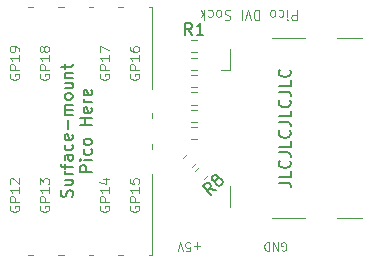
<source format=gbr>
%TF.GenerationSoftware,KiCad,Pcbnew,(6.0.7)*%
%TF.CreationDate,2022-09-16T05:20:12-07:00*%
%TF.ProjectId,dvi-sock,6476692d-736f-4636-9b2e-6b696361645f,rev?*%
%TF.SameCoordinates,Original*%
%TF.FileFunction,Legend,Top*%
%TF.FilePolarity,Positive*%
%FSLAX46Y46*%
G04 Gerber Fmt 4.6, Leading zero omitted, Abs format (unit mm)*
G04 Created by KiCad (PCBNEW (6.0.7)) date 2022-09-16 05:20:12*
%MOMM*%
%LPD*%
G01*
G04 APERTURE LIST*
%ADD10C,0.120000*%
%ADD11C,0.150000*%
G04 APERTURE END LIST*
D10*
X149000000Y-95500000D02*
X149400000Y-95500000D01*
X154400000Y-74500000D02*
X154100000Y-74500000D01*
X151500000Y-95500000D02*
X151900000Y-95500000D01*
X154400000Y-81400000D02*
X154400000Y-74500000D01*
X143900000Y-95500000D02*
X144300000Y-95500000D01*
X144300000Y-74500000D02*
X143900000Y-74500000D01*
X154400000Y-86100000D02*
X154400000Y-86500000D01*
X151900000Y-74500000D02*
X151500000Y-74500000D01*
X154400000Y-88600000D02*
X154400000Y-95500000D01*
X146900000Y-74500000D02*
X146400000Y-74500000D01*
X149400000Y-74500000D02*
X149000000Y-74500000D01*
X154400000Y-83500000D02*
X154400000Y-83900000D01*
X154400000Y-95500000D02*
X154100000Y-95500000D01*
X146400000Y-95500000D02*
X146900000Y-95500000D01*
X166637142Y-74732857D02*
X166637142Y-75632857D01*
X166332380Y-75632857D01*
X166256190Y-75590000D01*
X166218095Y-75547142D01*
X166180000Y-75461428D01*
X166180000Y-75332857D01*
X166218095Y-75247142D01*
X166256190Y-75204285D01*
X166332380Y-75161428D01*
X166637142Y-75161428D01*
X165837142Y-74732857D02*
X165837142Y-75332857D01*
X165837142Y-75632857D02*
X165875238Y-75590000D01*
X165837142Y-75547142D01*
X165799047Y-75590000D01*
X165837142Y-75632857D01*
X165837142Y-75547142D01*
X165113333Y-74775714D02*
X165189523Y-74732857D01*
X165341904Y-74732857D01*
X165418095Y-74775714D01*
X165456190Y-74818571D01*
X165494285Y-74904285D01*
X165494285Y-75161428D01*
X165456190Y-75247142D01*
X165418095Y-75290000D01*
X165341904Y-75332857D01*
X165189523Y-75332857D01*
X165113333Y-75290000D01*
X164656190Y-74732857D02*
X164732380Y-74775714D01*
X164770476Y-74818571D01*
X164808571Y-74904285D01*
X164808571Y-75161428D01*
X164770476Y-75247142D01*
X164732380Y-75290000D01*
X164656190Y-75332857D01*
X164541904Y-75332857D01*
X164465714Y-75290000D01*
X164427619Y-75247142D01*
X164389523Y-75161428D01*
X164389523Y-74904285D01*
X164427619Y-74818571D01*
X164465714Y-74775714D01*
X164541904Y-74732857D01*
X164656190Y-74732857D01*
X163437142Y-74732857D02*
X163437142Y-75632857D01*
X163246666Y-75632857D01*
X163132380Y-75590000D01*
X163056190Y-75504285D01*
X163018095Y-75418571D01*
X162980000Y-75247142D01*
X162980000Y-75118571D01*
X163018095Y-74947142D01*
X163056190Y-74861428D01*
X163132380Y-74775714D01*
X163246666Y-74732857D01*
X163437142Y-74732857D01*
X162751428Y-75632857D02*
X162484761Y-74732857D01*
X162218095Y-75632857D01*
X161951428Y-74732857D02*
X161951428Y-75632857D01*
X160999047Y-74775714D02*
X160884761Y-74732857D01*
X160694285Y-74732857D01*
X160618095Y-74775714D01*
X160580000Y-74818571D01*
X160541904Y-74904285D01*
X160541904Y-74990000D01*
X160580000Y-75075714D01*
X160618095Y-75118571D01*
X160694285Y-75161428D01*
X160846666Y-75204285D01*
X160922857Y-75247142D01*
X160960952Y-75290000D01*
X160999047Y-75375714D01*
X160999047Y-75461428D01*
X160960952Y-75547142D01*
X160922857Y-75590000D01*
X160846666Y-75632857D01*
X160656190Y-75632857D01*
X160541904Y-75590000D01*
X160084761Y-74732857D02*
X160160952Y-74775714D01*
X160199047Y-74818571D01*
X160237142Y-74904285D01*
X160237142Y-75161428D01*
X160199047Y-75247142D01*
X160160952Y-75290000D01*
X160084761Y-75332857D01*
X159970476Y-75332857D01*
X159894285Y-75290000D01*
X159856190Y-75247142D01*
X159818095Y-75161428D01*
X159818095Y-74904285D01*
X159856190Y-74818571D01*
X159894285Y-74775714D01*
X159970476Y-74732857D01*
X160084761Y-74732857D01*
X159132380Y-74775714D02*
X159208571Y-74732857D01*
X159360952Y-74732857D01*
X159437142Y-74775714D01*
X159475238Y-74818571D01*
X159513333Y-74904285D01*
X159513333Y-75161428D01*
X159475238Y-75247142D01*
X159437142Y-75290000D01*
X159360952Y-75332857D01*
X159208571Y-75332857D01*
X159132380Y-75290000D01*
X158789523Y-74732857D02*
X158789523Y-75632857D01*
X158713333Y-75075714D02*
X158484761Y-74732857D01*
X158484761Y-75332857D02*
X158789523Y-74990000D01*
X149968000Y-80200380D02*
X149929904Y-80276571D01*
X149929904Y-80390857D01*
X149968000Y-80505142D01*
X150044190Y-80581333D01*
X150120380Y-80619428D01*
X150272761Y-80657523D01*
X150387047Y-80657523D01*
X150539428Y-80619428D01*
X150615619Y-80581333D01*
X150691809Y-80505142D01*
X150729904Y-80390857D01*
X150729904Y-80314666D01*
X150691809Y-80200380D01*
X150653714Y-80162285D01*
X150387047Y-80162285D01*
X150387047Y-80314666D01*
X150729904Y-79819428D02*
X149929904Y-79819428D01*
X149929904Y-79514666D01*
X149968000Y-79438476D01*
X150006095Y-79400380D01*
X150082285Y-79362285D01*
X150196571Y-79362285D01*
X150272761Y-79400380D01*
X150310857Y-79438476D01*
X150348952Y-79514666D01*
X150348952Y-79819428D01*
X150729904Y-78600380D02*
X150729904Y-79057523D01*
X150729904Y-78828952D02*
X149929904Y-78828952D01*
X150044190Y-78905142D01*
X150120380Y-78981333D01*
X150158476Y-79057523D01*
X149929904Y-78333714D02*
X149929904Y-77800380D01*
X150729904Y-78143238D01*
X158430800Y-94700000D02*
X157897466Y-94700000D01*
X158164133Y-94433333D02*
X158164133Y-94966666D01*
X157230800Y-95133333D02*
X157564133Y-95133333D01*
X157597466Y-94800000D01*
X157564133Y-94833333D01*
X157497466Y-94866666D01*
X157330800Y-94866666D01*
X157264133Y-94833333D01*
X157230800Y-94800000D01*
X157197466Y-94733333D01*
X157197466Y-94566666D01*
X157230800Y-94500000D01*
X157264133Y-94466666D01*
X157330800Y-94433333D01*
X157497466Y-94433333D01*
X157564133Y-94466666D01*
X157597466Y-94500000D01*
X156997466Y-95133333D02*
X156764133Y-94433333D01*
X156530800Y-95133333D01*
X152508000Y-80200380D02*
X152469904Y-80276571D01*
X152469904Y-80390857D01*
X152508000Y-80505142D01*
X152584190Y-80581333D01*
X152660380Y-80619428D01*
X152812761Y-80657523D01*
X152927047Y-80657523D01*
X153079428Y-80619428D01*
X153155619Y-80581333D01*
X153231809Y-80505142D01*
X153269904Y-80390857D01*
X153269904Y-80314666D01*
X153231809Y-80200380D01*
X153193714Y-80162285D01*
X152927047Y-80162285D01*
X152927047Y-80314666D01*
X153269904Y-79819428D02*
X152469904Y-79819428D01*
X152469904Y-79514666D01*
X152508000Y-79438476D01*
X152546095Y-79400380D01*
X152622285Y-79362285D01*
X152736571Y-79362285D01*
X152812761Y-79400380D01*
X152850857Y-79438476D01*
X152888952Y-79514666D01*
X152888952Y-79819428D01*
X153269904Y-78600380D02*
X153269904Y-79057523D01*
X153269904Y-78828952D02*
X152469904Y-78828952D01*
X152584190Y-78905142D01*
X152660380Y-78981333D01*
X152698476Y-79057523D01*
X152469904Y-77914666D02*
X152469904Y-78067047D01*
X152508000Y-78143238D01*
X152546095Y-78181333D01*
X152660380Y-78257523D01*
X152812761Y-78295619D01*
X153117523Y-78295619D01*
X153193714Y-78257523D01*
X153231809Y-78219428D01*
X153269904Y-78143238D01*
X153269904Y-77990857D01*
X153231809Y-77914666D01*
X153193714Y-77876571D01*
X153117523Y-77838476D01*
X152927047Y-77838476D01*
X152850857Y-77876571D01*
X152812761Y-77914666D01*
X152774666Y-77990857D01*
X152774666Y-78143238D01*
X152812761Y-78219428D01*
X152850857Y-78257523D01*
X152927047Y-78295619D01*
X142348000Y-80200380D02*
X142309904Y-80276571D01*
X142309904Y-80390857D01*
X142348000Y-80505142D01*
X142424190Y-80581333D01*
X142500380Y-80619428D01*
X142652761Y-80657523D01*
X142767047Y-80657523D01*
X142919428Y-80619428D01*
X142995619Y-80581333D01*
X143071809Y-80505142D01*
X143109904Y-80390857D01*
X143109904Y-80314666D01*
X143071809Y-80200380D01*
X143033714Y-80162285D01*
X142767047Y-80162285D01*
X142767047Y-80314666D01*
X143109904Y-79819428D02*
X142309904Y-79819428D01*
X142309904Y-79514666D01*
X142348000Y-79438476D01*
X142386095Y-79400380D01*
X142462285Y-79362285D01*
X142576571Y-79362285D01*
X142652761Y-79400380D01*
X142690857Y-79438476D01*
X142728952Y-79514666D01*
X142728952Y-79819428D01*
X143109904Y-78600380D02*
X143109904Y-79057523D01*
X143109904Y-78828952D02*
X142309904Y-78828952D01*
X142424190Y-78905142D01*
X142500380Y-78981333D01*
X142538476Y-79057523D01*
X143109904Y-78219428D02*
X143109904Y-78067047D01*
X143071809Y-77990857D01*
X143033714Y-77952761D01*
X142919428Y-77876571D01*
X142767047Y-77838476D01*
X142462285Y-77838476D01*
X142386095Y-77876571D01*
X142348000Y-77914666D01*
X142309904Y-77990857D01*
X142309904Y-78143238D01*
X142348000Y-78219428D01*
X142386095Y-78257523D01*
X142462285Y-78295619D01*
X142652761Y-78295619D01*
X142728952Y-78257523D01*
X142767047Y-78219428D01*
X142805142Y-78143238D01*
X142805142Y-77990857D01*
X142767047Y-77914666D01*
X142728952Y-77876571D01*
X142652761Y-77838476D01*
D11*
X165111180Y-89369047D02*
X165825466Y-89369047D01*
X165968323Y-89416666D01*
X166063561Y-89511904D01*
X166111180Y-89654761D01*
X166111180Y-89750000D01*
X166111180Y-88416666D02*
X166111180Y-88892857D01*
X165111180Y-88892857D01*
X166015942Y-87511904D02*
X166063561Y-87559523D01*
X166111180Y-87702380D01*
X166111180Y-87797619D01*
X166063561Y-87940476D01*
X165968323Y-88035714D01*
X165873085Y-88083333D01*
X165682609Y-88130952D01*
X165539752Y-88130952D01*
X165349276Y-88083333D01*
X165254038Y-88035714D01*
X165158800Y-87940476D01*
X165111180Y-87797619D01*
X165111180Y-87702380D01*
X165158800Y-87559523D01*
X165206419Y-87511904D01*
X165111180Y-86797619D02*
X165825466Y-86797619D01*
X165968323Y-86845238D01*
X166063561Y-86940476D01*
X166111180Y-87083333D01*
X166111180Y-87178571D01*
X166111180Y-85845238D02*
X166111180Y-86321428D01*
X165111180Y-86321428D01*
X166015942Y-84940476D02*
X166063561Y-84988095D01*
X166111180Y-85130952D01*
X166111180Y-85226190D01*
X166063561Y-85369047D01*
X165968323Y-85464285D01*
X165873085Y-85511904D01*
X165682609Y-85559523D01*
X165539752Y-85559523D01*
X165349276Y-85511904D01*
X165254038Y-85464285D01*
X165158800Y-85369047D01*
X165111180Y-85226190D01*
X165111180Y-85130952D01*
X165158800Y-84988095D01*
X165206419Y-84940476D01*
X165111180Y-84226190D02*
X165825466Y-84226190D01*
X165968323Y-84273809D01*
X166063561Y-84369047D01*
X166111180Y-84511904D01*
X166111180Y-84607142D01*
X166111180Y-83273809D02*
X166111180Y-83750000D01*
X165111180Y-83750000D01*
X166015942Y-82369047D02*
X166063561Y-82416666D01*
X166111180Y-82559523D01*
X166111180Y-82654761D01*
X166063561Y-82797619D01*
X165968323Y-82892857D01*
X165873085Y-82940476D01*
X165682609Y-82988095D01*
X165539752Y-82988095D01*
X165349276Y-82940476D01*
X165254038Y-82892857D01*
X165158800Y-82797619D01*
X165111180Y-82654761D01*
X165111180Y-82559523D01*
X165158800Y-82416666D01*
X165206419Y-82369047D01*
X165111180Y-81654761D02*
X165825466Y-81654761D01*
X165968323Y-81702380D01*
X166063561Y-81797619D01*
X166111180Y-81940476D01*
X166111180Y-82035714D01*
X166111180Y-80702380D02*
X166111180Y-81178571D01*
X165111180Y-81178571D01*
X166015942Y-79797619D02*
X166063561Y-79845238D01*
X166111180Y-79988095D01*
X166111180Y-80083333D01*
X166063561Y-80226190D01*
X165968323Y-80321428D01*
X165873085Y-80369047D01*
X165682609Y-80416666D01*
X165539752Y-80416666D01*
X165349276Y-80369047D01*
X165254038Y-80321428D01*
X165158800Y-80226190D01*
X165111180Y-80083333D01*
X165111180Y-79988095D01*
X165158800Y-79845238D01*
X165206419Y-79797619D01*
D10*
X152508000Y-91376380D02*
X152469904Y-91452571D01*
X152469904Y-91566857D01*
X152508000Y-91681142D01*
X152584190Y-91757333D01*
X152660380Y-91795428D01*
X152812761Y-91833523D01*
X152927047Y-91833523D01*
X153079428Y-91795428D01*
X153155619Y-91757333D01*
X153231809Y-91681142D01*
X153269904Y-91566857D01*
X153269904Y-91490666D01*
X153231809Y-91376380D01*
X153193714Y-91338285D01*
X152927047Y-91338285D01*
X152927047Y-91490666D01*
X153269904Y-90995428D02*
X152469904Y-90995428D01*
X152469904Y-90690666D01*
X152508000Y-90614476D01*
X152546095Y-90576380D01*
X152622285Y-90538285D01*
X152736571Y-90538285D01*
X152812761Y-90576380D01*
X152850857Y-90614476D01*
X152888952Y-90690666D01*
X152888952Y-90995428D01*
X153269904Y-89776380D02*
X153269904Y-90233523D01*
X153269904Y-90004952D02*
X152469904Y-90004952D01*
X152584190Y-90081142D01*
X152660380Y-90157333D01*
X152698476Y-90233523D01*
X152469904Y-89052571D02*
X152469904Y-89433523D01*
X152850857Y-89471619D01*
X152812761Y-89433523D01*
X152774666Y-89357333D01*
X152774666Y-89166857D01*
X152812761Y-89090666D01*
X152850857Y-89052571D01*
X152927047Y-89014476D01*
X153117523Y-89014476D01*
X153193714Y-89052571D01*
X153231809Y-89090666D01*
X153269904Y-89166857D01*
X153269904Y-89357333D01*
X153231809Y-89433523D01*
X153193714Y-89471619D01*
D11*
X147599761Y-90571428D02*
X147647380Y-90428571D01*
X147647380Y-90190476D01*
X147599761Y-90095238D01*
X147552142Y-90047619D01*
X147456904Y-90000000D01*
X147361666Y-90000000D01*
X147266428Y-90047619D01*
X147218809Y-90095238D01*
X147171190Y-90190476D01*
X147123571Y-90380952D01*
X147075952Y-90476190D01*
X147028333Y-90523809D01*
X146933095Y-90571428D01*
X146837857Y-90571428D01*
X146742619Y-90523809D01*
X146695000Y-90476190D01*
X146647380Y-90380952D01*
X146647380Y-90142857D01*
X146695000Y-90000000D01*
X146980714Y-89142857D02*
X147647380Y-89142857D01*
X146980714Y-89571428D02*
X147504523Y-89571428D01*
X147599761Y-89523809D01*
X147647380Y-89428571D01*
X147647380Y-89285714D01*
X147599761Y-89190476D01*
X147552142Y-89142857D01*
X147647380Y-88666666D02*
X146980714Y-88666666D01*
X147171190Y-88666666D02*
X147075952Y-88619047D01*
X147028333Y-88571428D01*
X146980714Y-88476190D01*
X146980714Y-88380952D01*
X146980714Y-88190476D02*
X146980714Y-87809523D01*
X147647380Y-88047619D02*
X146790238Y-88047619D01*
X146695000Y-88000000D01*
X146647380Y-87904761D01*
X146647380Y-87809523D01*
X147647380Y-87047619D02*
X147123571Y-87047619D01*
X147028333Y-87095238D01*
X146980714Y-87190476D01*
X146980714Y-87380952D01*
X147028333Y-87476190D01*
X147599761Y-87047619D02*
X147647380Y-87142857D01*
X147647380Y-87380952D01*
X147599761Y-87476190D01*
X147504523Y-87523809D01*
X147409285Y-87523809D01*
X147314047Y-87476190D01*
X147266428Y-87380952D01*
X147266428Y-87142857D01*
X147218809Y-87047619D01*
X147599761Y-86142857D02*
X147647380Y-86238095D01*
X147647380Y-86428571D01*
X147599761Y-86523809D01*
X147552142Y-86571428D01*
X147456904Y-86619047D01*
X147171190Y-86619047D01*
X147075952Y-86571428D01*
X147028333Y-86523809D01*
X146980714Y-86428571D01*
X146980714Y-86238095D01*
X147028333Y-86142857D01*
X147599761Y-85333333D02*
X147647380Y-85428571D01*
X147647380Y-85619047D01*
X147599761Y-85714285D01*
X147504523Y-85761904D01*
X147123571Y-85761904D01*
X147028333Y-85714285D01*
X146980714Y-85619047D01*
X146980714Y-85428571D01*
X147028333Y-85333333D01*
X147123571Y-85285714D01*
X147218809Y-85285714D01*
X147314047Y-85761904D01*
X147266428Y-84857142D02*
X147266428Y-84095238D01*
X147647380Y-83619047D02*
X146980714Y-83619047D01*
X147075952Y-83619047D02*
X147028333Y-83571428D01*
X146980714Y-83476190D01*
X146980714Y-83333333D01*
X147028333Y-83238095D01*
X147123571Y-83190476D01*
X147647380Y-83190476D01*
X147123571Y-83190476D02*
X147028333Y-83142857D01*
X146980714Y-83047619D01*
X146980714Y-82904761D01*
X147028333Y-82809523D01*
X147123571Y-82761904D01*
X147647380Y-82761904D01*
X147647380Y-82142857D02*
X147599761Y-82238095D01*
X147552142Y-82285714D01*
X147456904Y-82333333D01*
X147171190Y-82333333D01*
X147075952Y-82285714D01*
X147028333Y-82238095D01*
X146980714Y-82142857D01*
X146980714Y-82000000D01*
X147028333Y-81904761D01*
X147075952Y-81857142D01*
X147171190Y-81809523D01*
X147456904Y-81809523D01*
X147552142Y-81857142D01*
X147599761Y-81904761D01*
X147647380Y-82000000D01*
X147647380Y-82142857D01*
X146980714Y-80952380D02*
X147647380Y-80952380D01*
X146980714Y-81380952D02*
X147504523Y-81380952D01*
X147599761Y-81333333D01*
X147647380Y-81238095D01*
X147647380Y-81095238D01*
X147599761Y-81000000D01*
X147552142Y-80952380D01*
X146980714Y-80476190D02*
X147647380Y-80476190D01*
X147075952Y-80476190D02*
X147028333Y-80428571D01*
X146980714Y-80333333D01*
X146980714Y-80190476D01*
X147028333Y-80095238D01*
X147123571Y-80047619D01*
X147647380Y-80047619D01*
X146980714Y-79714285D02*
X146980714Y-79333333D01*
X146647380Y-79571428D02*
X147504523Y-79571428D01*
X147599761Y-79523809D01*
X147647380Y-79428571D01*
X147647380Y-79333333D01*
X149257380Y-88452380D02*
X148257380Y-88452380D01*
X148257380Y-88071428D01*
X148305000Y-87976190D01*
X148352619Y-87928571D01*
X148447857Y-87880952D01*
X148590714Y-87880952D01*
X148685952Y-87928571D01*
X148733571Y-87976190D01*
X148781190Y-88071428D01*
X148781190Y-88452380D01*
X149257380Y-87452380D02*
X148590714Y-87452380D01*
X148257380Y-87452380D02*
X148305000Y-87500000D01*
X148352619Y-87452380D01*
X148305000Y-87404761D01*
X148257380Y-87452380D01*
X148352619Y-87452380D01*
X149209761Y-86547619D02*
X149257380Y-86642857D01*
X149257380Y-86833333D01*
X149209761Y-86928571D01*
X149162142Y-86976190D01*
X149066904Y-87023809D01*
X148781190Y-87023809D01*
X148685952Y-86976190D01*
X148638333Y-86928571D01*
X148590714Y-86833333D01*
X148590714Y-86642857D01*
X148638333Y-86547619D01*
X149257380Y-85976190D02*
X149209761Y-86071428D01*
X149162142Y-86119047D01*
X149066904Y-86166666D01*
X148781190Y-86166666D01*
X148685952Y-86119047D01*
X148638333Y-86071428D01*
X148590714Y-85976190D01*
X148590714Y-85833333D01*
X148638333Y-85738095D01*
X148685952Y-85690476D01*
X148781190Y-85642857D01*
X149066904Y-85642857D01*
X149162142Y-85690476D01*
X149209761Y-85738095D01*
X149257380Y-85833333D01*
X149257380Y-85976190D01*
X149257380Y-84452380D02*
X148257380Y-84452380D01*
X148733571Y-84452380D02*
X148733571Y-83880952D01*
X149257380Y-83880952D02*
X148257380Y-83880952D01*
X149209761Y-83023809D02*
X149257380Y-83119047D01*
X149257380Y-83309523D01*
X149209761Y-83404761D01*
X149114523Y-83452380D01*
X148733571Y-83452380D01*
X148638333Y-83404761D01*
X148590714Y-83309523D01*
X148590714Y-83119047D01*
X148638333Y-83023809D01*
X148733571Y-82976190D01*
X148828809Y-82976190D01*
X148924047Y-83452380D01*
X149257380Y-82547619D02*
X148590714Y-82547619D01*
X148781190Y-82547619D02*
X148685952Y-82500000D01*
X148638333Y-82452380D01*
X148590714Y-82357142D01*
X148590714Y-82261904D01*
X149209761Y-81547619D02*
X149257380Y-81642857D01*
X149257380Y-81833333D01*
X149209761Y-81928571D01*
X149114523Y-81976190D01*
X148733571Y-81976190D01*
X148638333Y-81928571D01*
X148590714Y-81833333D01*
X148590714Y-81642857D01*
X148638333Y-81547619D01*
X148733571Y-81500000D01*
X148828809Y-81500000D01*
X148924047Y-81976190D01*
D10*
X144888000Y-91376380D02*
X144849904Y-91452571D01*
X144849904Y-91566857D01*
X144888000Y-91681142D01*
X144964190Y-91757333D01*
X145040380Y-91795428D01*
X145192761Y-91833523D01*
X145307047Y-91833523D01*
X145459428Y-91795428D01*
X145535619Y-91757333D01*
X145611809Y-91681142D01*
X145649904Y-91566857D01*
X145649904Y-91490666D01*
X145611809Y-91376380D01*
X145573714Y-91338285D01*
X145307047Y-91338285D01*
X145307047Y-91490666D01*
X145649904Y-90995428D02*
X144849904Y-90995428D01*
X144849904Y-90690666D01*
X144888000Y-90614476D01*
X144926095Y-90576380D01*
X145002285Y-90538285D01*
X145116571Y-90538285D01*
X145192761Y-90576380D01*
X145230857Y-90614476D01*
X145268952Y-90690666D01*
X145268952Y-90995428D01*
X145649904Y-89776380D02*
X145649904Y-90233523D01*
X145649904Y-90004952D02*
X144849904Y-90004952D01*
X144964190Y-90081142D01*
X145040380Y-90157333D01*
X145078476Y-90233523D01*
X144849904Y-89509714D02*
X144849904Y-89014476D01*
X145154666Y-89281142D01*
X145154666Y-89166857D01*
X145192761Y-89090666D01*
X145230857Y-89052571D01*
X145307047Y-89014476D01*
X145497523Y-89014476D01*
X145573714Y-89052571D01*
X145611809Y-89090666D01*
X145649904Y-89166857D01*
X145649904Y-89395428D01*
X145611809Y-89471619D01*
X145573714Y-89509714D01*
X149968000Y-91376380D02*
X149929904Y-91452571D01*
X149929904Y-91566857D01*
X149968000Y-91681142D01*
X150044190Y-91757333D01*
X150120380Y-91795428D01*
X150272761Y-91833523D01*
X150387047Y-91833523D01*
X150539428Y-91795428D01*
X150615619Y-91757333D01*
X150691809Y-91681142D01*
X150729904Y-91566857D01*
X150729904Y-91490666D01*
X150691809Y-91376380D01*
X150653714Y-91338285D01*
X150387047Y-91338285D01*
X150387047Y-91490666D01*
X150729904Y-90995428D02*
X149929904Y-90995428D01*
X149929904Y-90690666D01*
X149968000Y-90614476D01*
X150006095Y-90576380D01*
X150082285Y-90538285D01*
X150196571Y-90538285D01*
X150272761Y-90576380D01*
X150310857Y-90614476D01*
X150348952Y-90690666D01*
X150348952Y-90995428D01*
X150729904Y-89776380D02*
X150729904Y-90233523D01*
X150729904Y-90004952D02*
X149929904Y-90004952D01*
X150044190Y-90081142D01*
X150120380Y-90157333D01*
X150158476Y-90233523D01*
X150196571Y-89090666D02*
X150729904Y-89090666D01*
X149891809Y-89281142D02*
X150463238Y-89471619D01*
X150463238Y-88976380D01*
X165353933Y-95100000D02*
X165420600Y-95133333D01*
X165520600Y-95133333D01*
X165620600Y-95100000D01*
X165687266Y-95033333D01*
X165720600Y-94966666D01*
X165753933Y-94833333D01*
X165753933Y-94733333D01*
X165720600Y-94600000D01*
X165687266Y-94533333D01*
X165620600Y-94466666D01*
X165520600Y-94433333D01*
X165453933Y-94433333D01*
X165353933Y-94466666D01*
X165320600Y-94500000D01*
X165320600Y-94733333D01*
X165453933Y-94733333D01*
X165020600Y-94433333D02*
X165020600Y-95133333D01*
X164620600Y-94433333D01*
X164620600Y-95133333D01*
X164287266Y-94433333D02*
X164287266Y-95133333D01*
X164120600Y-95133333D01*
X164020600Y-95100000D01*
X163953933Y-95033333D01*
X163920600Y-94966666D01*
X163887266Y-94833333D01*
X163887266Y-94733333D01*
X163920600Y-94600000D01*
X163953933Y-94533333D01*
X164020600Y-94466666D01*
X164120600Y-94433333D01*
X164287266Y-94433333D01*
X142348000Y-91376380D02*
X142309904Y-91452571D01*
X142309904Y-91566857D01*
X142348000Y-91681142D01*
X142424190Y-91757333D01*
X142500380Y-91795428D01*
X142652761Y-91833523D01*
X142767047Y-91833523D01*
X142919428Y-91795428D01*
X142995619Y-91757333D01*
X143071809Y-91681142D01*
X143109904Y-91566857D01*
X143109904Y-91490666D01*
X143071809Y-91376380D01*
X143033714Y-91338285D01*
X142767047Y-91338285D01*
X142767047Y-91490666D01*
X143109904Y-90995428D02*
X142309904Y-90995428D01*
X142309904Y-90690666D01*
X142348000Y-90614476D01*
X142386095Y-90576380D01*
X142462285Y-90538285D01*
X142576571Y-90538285D01*
X142652761Y-90576380D01*
X142690857Y-90614476D01*
X142728952Y-90690666D01*
X142728952Y-90995428D01*
X143109904Y-89776380D02*
X143109904Y-90233523D01*
X143109904Y-90004952D02*
X142309904Y-90004952D01*
X142424190Y-90081142D01*
X142500380Y-90157333D01*
X142538476Y-90233523D01*
X142386095Y-89471619D02*
X142348000Y-89433523D01*
X142309904Y-89357333D01*
X142309904Y-89166857D01*
X142348000Y-89090666D01*
X142386095Y-89052571D01*
X142462285Y-89014476D01*
X142538476Y-89014476D01*
X142652761Y-89052571D01*
X143109904Y-89509714D01*
X143109904Y-89014476D01*
X144888000Y-80200380D02*
X144849904Y-80276571D01*
X144849904Y-80390857D01*
X144888000Y-80505142D01*
X144964190Y-80581333D01*
X145040380Y-80619428D01*
X145192761Y-80657523D01*
X145307047Y-80657523D01*
X145459428Y-80619428D01*
X145535619Y-80581333D01*
X145611809Y-80505142D01*
X145649904Y-80390857D01*
X145649904Y-80314666D01*
X145611809Y-80200380D01*
X145573714Y-80162285D01*
X145307047Y-80162285D01*
X145307047Y-80314666D01*
X145649904Y-79819428D02*
X144849904Y-79819428D01*
X144849904Y-79514666D01*
X144888000Y-79438476D01*
X144926095Y-79400380D01*
X145002285Y-79362285D01*
X145116571Y-79362285D01*
X145192761Y-79400380D01*
X145230857Y-79438476D01*
X145268952Y-79514666D01*
X145268952Y-79819428D01*
X145649904Y-78600380D02*
X145649904Y-79057523D01*
X145649904Y-78828952D02*
X144849904Y-78828952D01*
X144964190Y-78905142D01*
X145040380Y-78981333D01*
X145078476Y-79057523D01*
X145192761Y-78143238D02*
X145154666Y-78219428D01*
X145116571Y-78257523D01*
X145040380Y-78295619D01*
X145002285Y-78295619D01*
X144926095Y-78257523D01*
X144888000Y-78219428D01*
X144849904Y-78143238D01*
X144849904Y-77990857D01*
X144888000Y-77914666D01*
X144926095Y-77876571D01*
X145002285Y-77838476D01*
X145040380Y-77838476D01*
X145116571Y-77876571D01*
X145154666Y-77914666D01*
X145192761Y-77990857D01*
X145192761Y-78143238D01*
X145230857Y-78219428D01*
X145268952Y-78257523D01*
X145345142Y-78295619D01*
X145497523Y-78295619D01*
X145573714Y-78257523D01*
X145611809Y-78219428D01*
X145649904Y-78143238D01*
X145649904Y-77990857D01*
X145611809Y-77914666D01*
X145573714Y-77876571D01*
X145497523Y-77838476D01*
X145345142Y-77838476D01*
X145268952Y-77876571D01*
X145230857Y-77914666D01*
X145192761Y-77990857D01*
D11*
%TO.C,R1*%
X157758335Y-76847980D02*
X157425002Y-76371790D01*
X157186906Y-76847980D02*
X157186906Y-75847980D01*
X157567859Y-75847980D01*
X157663097Y-75895600D01*
X157710716Y-75943219D01*
X157758335Y-76038457D01*
X157758335Y-76181314D01*
X157710716Y-76276552D01*
X157663097Y-76324171D01*
X157567859Y-76371790D01*
X157186906Y-76371790D01*
X158710716Y-76847980D02*
X158139287Y-76847980D01*
X158425002Y-76847980D02*
X158425002Y-75847980D01*
X158329763Y-75990838D01*
X158234525Y-76086076D01*
X158139287Y-76133695D01*
%TO.C,R8*%
X159773193Y-89993295D02*
X159200773Y-89892280D01*
X159369132Y-90397356D02*
X158662025Y-89690250D01*
X158931399Y-89420875D01*
X159032414Y-89387204D01*
X159099758Y-89387204D01*
X159200773Y-89420875D01*
X159301788Y-89521891D01*
X159335460Y-89622906D01*
X159335460Y-89690250D01*
X159301788Y-89791265D01*
X159032414Y-90060639D01*
X159773193Y-89185173D02*
X159672178Y-89218845D01*
X159604834Y-89218845D01*
X159503819Y-89185173D01*
X159470147Y-89151501D01*
X159436475Y-89050486D01*
X159436475Y-88983143D01*
X159470147Y-88882127D01*
X159604834Y-88747440D01*
X159705850Y-88713769D01*
X159773193Y-88713769D01*
X159874208Y-88747440D01*
X159907880Y-88781112D01*
X159941552Y-88882127D01*
X159941552Y-88949471D01*
X159907880Y-89050486D01*
X159773193Y-89185173D01*
X159739521Y-89286188D01*
X159739521Y-89353532D01*
X159773193Y-89454547D01*
X159907880Y-89589234D01*
X160008895Y-89622906D01*
X160076239Y-89622906D01*
X160177254Y-89589234D01*
X160311941Y-89454547D01*
X160345613Y-89353532D01*
X160345613Y-89286188D01*
X160311941Y-89185173D01*
X160177254Y-89050486D01*
X160076239Y-89016814D01*
X160008895Y-89016814D01*
X159907880Y-89050486D01*
D10*
%TO.C,R3*%
X157687742Y-81294501D02*
X158162258Y-81294501D01*
X157687742Y-80249501D02*
X158162258Y-80249501D01*
%TO.C,R6*%
X158162260Y-85714100D02*
X157687744Y-85714100D01*
X158162260Y-84669100D02*
X157687744Y-84669100D01*
%TO.C,R4*%
X158162258Y-82767701D02*
X157687742Y-82767701D01*
X158162258Y-81722701D02*
X157687742Y-81722701D01*
%TO.C,R5*%
X157687744Y-83195900D02*
X158162260Y-83195900D01*
X157687744Y-84240900D02*
X158162260Y-84240900D01*
%TO.C,R2*%
X158162260Y-78776300D02*
X157687744Y-78776300D01*
X158162260Y-79821300D02*
X157687744Y-79821300D01*
%TO.C,R7*%
X156981060Y-87300993D02*
X157316593Y-86965460D01*
X157719987Y-88039920D02*
X158055520Y-87704387D01*
%TO.C,R1*%
X157687744Y-77303100D02*
X158162260Y-77303100D01*
X157687744Y-78348100D02*
X158162260Y-78348100D01*
%TO.C,R8*%
X159097230Y-88746097D02*
X158761697Y-89081630D01*
X158358303Y-88007170D02*
X158022770Y-88342703D01*
%TO.C,J4*%
X160987000Y-79850000D02*
X160987000Y-78050000D01*
X160987000Y-91450000D02*
X160987000Y-89650000D01*
X170037000Y-77140000D02*
X172137000Y-77140000D01*
X164537000Y-92360000D02*
X167337000Y-92360000D01*
X160237000Y-79850000D02*
X160987000Y-79850000D01*
X170037000Y-92360000D02*
X172137000Y-92360000D01*
X164537000Y-77140000D02*
X167337000Y-77140000D01*
%TD*%
M02*

</source>
